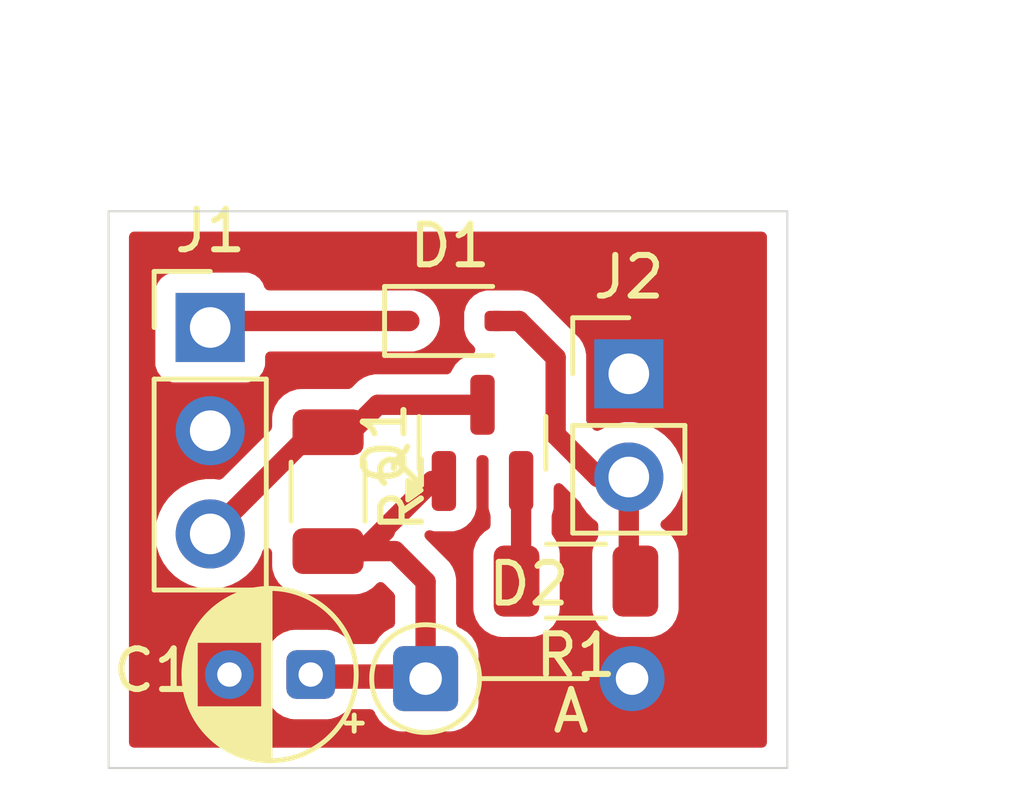
<source format=kicad_pcb>
(kicad_pcb (version 20241229) (generator "pcbnew") (generator_version "9.0")
  (layers (0 "F.Cu" signal) (2 "B.Cu" signal) (13 "F.Paste" user) (15 "B.Paste" user) (5 "F.SilkS" user "F.Silkscreen") (7 "B.SilkS" user "B.Silkscreen") (1 "F.Mask" user) (3 "B.Mask" user) (25 "Edge.Cuts" user))
  (net 0 "")
  (net 1 "GND")
  (net 2 "Net-(D2-K)")
  (net 3 "+4V9")
  (net 4 "Net-(D1-A)")
  (net 5 "+5V6")
  (net 6 "Net-(Q1-E)")
  (footprint "Resistor_SMD:R_1206_3216Metric" (layer "F.Cu") (at 136.7 98 -90)
    (property "Reference" "R2" (at 0 -1.83 270) (layer "F.SilkS"))
    (property "Value" "1k")
    (fp_line (start -0.727064 0.91) (end 0.727064 0.91) (stroke (width 0.12)) (layer "F.SilkS"))
    (fp_line (start -0.727064 -0.91) (end 0.727064 -0.91) (stroke (width 0.12)) (layer "F.SilkS"))
    (pad "1" smd roundrect (at -1.4625 0 270) (size 1.125 1.75) (layers "F.Cu" "F.Mask" "F.Paste") (roundrect_rratio 0.222222) (net 5 "+5V6"))
    (pad "2" smd roundrect (at 1.4625 0 270) (size 1.125 1.75) (layers "F.Cu" "F.Mask" "F.Paste") (roundrect_rratio 0.222222) (net 2 "Net-(D2-K)"))
  )
  (footprint "Connector_PinHeader_2.54mm:PinHeader_1x03_P2.54mm_Vertical" (layer "F.Cu") (at 133.8 93.96)
    (property "Reference" "J1" (at 0 -2.38 0) (layer "F.SilkS"))
    (property "Value" "Memory-hold")
    (fp_line (start -1.38 -1.38) (end 0 -1.38) (stroke (width 0.12)) (layer "F.SilkS"))
    (fp_line (start -1.38 0) (end -1.38 -1.38) (stroke (width 0.12)) (layer "F.SilkS"))
    (fp_line (start -1.38 1.27) (end -1.38 6.46) (stroke (width 0.12)) (layer "F.SilkS"))
    (fp_line (start -1.38 1.27) (end 1.38 1.27) (stroke (width 0.12)) (layer "F.SilkS"))
    (fp_line (start -1.38 6.46) (end 1.38 6.46) (stroke (width 0.12)) (layer "F.SilkS"))
    (fp_line (start 1.38 1.27) (end 1.38 6.46) (stroke (width 0.12)) (layer "F.SilkS"))
    (pad "1" thru_hole rect (at 0 0) (size 1.7 1.7) (drill 1) (layers "*.Cu" "*.Mask") (net 3 "+4V9"))
    (pad "2" thru_hole circle (at 0 2.54) (size 1.7 1.7) (drill 1) (layers "*.Cu" "*.Mask") (net 1 "GND"))
    (pad "3" thru_hole circle (at 0 5.08) (size 1.7 1.7) (drill 1) (layers "*.Cu" "*.Mask") (net 5 "+5V6"))
  )
  (footprint "Capacitor_THT:CP_Radial_D4.0mm_P2.00mm" (layer "F.Cu") (at 136.2726 102.5 180)
    (property "Reference" "C1" (at 3.8726 0.1 0) (layer "F.SilkS"))
    (property "Value" "10u/6.3V")
    (fp_line (start 3.08 -0.37) (end 3.08 0.37) (stroke (width 0.12)) (layer "F.SilkS"))
    (fp_line (start 3.04 -0.537) (end 3.04 0.537) (stroke (width 0.12)) (layer "F.SilkS"))
    (fp_line (start 3 -0.663) (end 3 0.663) (stroke (width 0.12)) (layer "F.SilkS"))
    (fp_line (start 2.96 -0.768) (end 2.96 0.768) (stroke (width 0.12)) (layer "F.SilkS"))
    (fp_line (start 2.92 -0.859) (end 2.92 0.859) (stroke (width 0.12)) (layer "F.SilkS"))
    (fp_line (start 2.88 -0.94) (end 2.88 0.94) (stroke (width 0.12)) (layer "F.SilkS"))
    (fp_line (start 2.84 -1.013) (end 2.84 1.013) (stroke (width 0.12)) (layer "F.SilkS"))
    (fp_line (start 2.8 0.84) (end 2.8 1.08) (stroke (width 0.12)) (layer "F.SilkS"))
    (fp_line (start 2.8 -1.08) (end 2.8 -0.84) (stroke (width 0.12)) (layer "F.SilkS"))
    (fp_line (start 2.76 0.84) (end 2.76 1.142) (stroke (width 0.12)) (layer "F.SilkS"))
    (fp_line (start 2.76 -1.142) (end 2.76 -0.84) (stroke (width 0.12)) (layer "F.SilkS"))
    (fp_line (start 2.72 0.84) (end 2.72 1.199) (stroke (width 0.12)) (layer "F.SilkS"))
    (fp_line (start 2.72 -1.199) (end 2.72 -0.84) (stroke (width 0.12)) (layer "F.SilkS"))
    (fp_line (start 2.68 0.84) (end 2.68 1.253) (stroke (width 0.12)) (layer "F.SilkS"))
    (fp_line (start 2.68 -1.253) (end 2.68 -0.84) (stroke (width 0.12)) (layer "F.SilkS"))
    (fp_line (start 2.64 0.84) (end 2.64 1.303) (stroke (width 0.12)) (layer "F.SilkS"))
    (fp_line (start 2.64 -1.303) (end 2.64 -0.84) (stroke (width 0.12)) (layer "F.SilkS"))
    (fp_line (start 2.6 0.84) (end 2.6 1.351) (stroke (width 0.12)) (layer "F.SilkS"))
    (fp_line (start 2.6 -1.351) (end 2.6 -0.84) (stroke (width 0.12)) (layer "F.SilkS"))
    (fp_line (start 2.56 0.84) (end 2.56 1.396) (stroke (width 0.12)) (layer "F.SilkS"))
    (fp_line (start 2.56 -1.396) (end 2.56 -0.84) (stroke (width 0.12)) (layer "F.SilkS"))
    (fp_line (start 2.52 0.84) (end 2.52 1.438) (stroke (width 0.12)) (layer "F.SilkS"))
    (fp_line (start 2.52 -1.438) (end 2.52 -0.84) (stroke (width 0.12)) (layer "F.SilkS"))
    (fp_line (start 2.48 0.84) (end 2.48 1.478) (stroke (width 0.12)) (layer "F.SilkS"))
    (fp_line (start 2.48 -1.478) (end 2.48 -0.84) (stroke (width 0.12)) (layer "F.SilkS"))
    (fp_line (start 2.44 0.84) (end 2.44 1.516) (stroke (width 0.12)) (layer "F.SilkS"))
    (fp_line (start 2.44 -1.516) (end 2.44 -0.84) (stroke (width 0.12)) (layer "F.SilkS"))
    (fp_line (start 2.4 0.84) (end 2.4 1.552) (stroke (width 0.12)) (layer "F.SilkS"))
    (fp_line (start 2.4 -1.552) (end 2.4 -0.84) (stroke (width 0.12)) (layer "F.SilkS"))
    (fp_line (start 2.36 0.84) (end 2.36 1.586) (stroke (width 0.12)) (layer "F.SilkS"))
    (fp_line (start 2.36 -1.586) (end 2.36 -0.84) (stroke (width 0.12)) (layer "F.SilkS"))
    (fp_line (start 2.32 0.84) (end 2.32 1.619) (stroke (width 0.12)) (layer "F.SilkS"))
    (fp_line (start 2.32 -1.619) (end 2.32 -0.84) (stroke (width 0.12)) (layer "F.SilkS"))
    (fp_line (start 2.28 0.84) (end 2.28 1.65) (stroke (width 0.12)) (layer "F.SilkS"))
    (fp_line (start 2.28 -1.65) (end 2.28 -0.84) (stroke (width 0.12)) (layer "F.SilkS"))
    (fp_line (start 2.24 0.84) (end 2.24 1.68) (stroke (width 0.12)) (layer "F.SilkS"))
    (fp_line (start 2.24 -1.68) (end 2.24 -0.84) (stroke (width 0.12)) (layer "F.SilkS"))
    (fp_line (start 2.2 0.84) (end 2.2 1.708) (stroke (width 0.12)) (layer "F.SilkS"))
    (fp_line (start 2.2 -1.708) (end 2.2 -0.84) (stroke (width 0.12)) (layer "F.SilkS"))
    (fp_line (start 2.16 0.84) (end 2.16 1.734) (stroke (width 0.12)) (layer "F.SilkS"))
    (fp_line (start 2.16 -1.734) (end 2.16 -0.84) (stroke (width 0.12)) (layer "F.SilkS"))
    (fp_line (start 2.12 0.84) (end 2.12 1.76) (stroke (width 0.12)) (layer "F.SilkS"))
    (fp_line (start 2.12 -1.76) (end 2.12 -0.84) (stroke (width 0.12)) (layer "F.SilkS"))
    (fp_line (start 2.08 0.84) (end 2.08 1.784) (stroke (width 0.12)) (layer "F.SilkS"))
    (fp_line (start 2.08 -1.784) (end 2.08 -0.84) (stroke (width 0.12)) (layer "F.SilkS"))
    (fp_line (start 2.04 0.84) (end 2.04 1.807) (stroke (width 0.12)) (layer "F.SilkS"))
    (fp_line (start 2.04 -1.807) (end 2.04 -0.84) (stroke (width 0.12)) (layer "F.SilkS"))
    (fp_line (start 2 0.84) (end 2 1.829) (stroke (width 0.12)) (layer "F.SilkS"))
    (fp_line (start 2 -1.829) (end 2 -0.84) (stroke (width 0.12)) (layer "F.SilkS"))
    (fp_line (start 1.96 0.84) (end 1.96 1.85) (stroke (width 0.12)) (layer "F.SilkS"))
    (fp_line (start 1.96 -1.85) (end 1.96 -0.84) (stroke (width 0.12)) (layer "F.SilkS"))
    (fp_line (start 1.92 0.84) (end 1.92 1.87) (stroke (width 0.12)) (layer "F.SilkS"))
    (fp_line (start 1.92 -1.87) (end 1.92 -0.84) (stroke (width 0.12)) (layer "F.SilkS"))
    (fp_line (start 1.88 0.84) (end 1.88 1.889) (stroke (width 0.12)) (layer "F.SilkS"))
    (fp_line (start 1.88 -1.889) (end 1.88 -0.84) (stroke (width 0.12)) (layer "F.SilkS"))
    (fp_line (start 1.84 0.84) (end 1.84 1.906) (stroke (width 0.12)) (layer "F.SilkS"))
    (fp_line (start 1.84 -1.906) (end 1.84 -0.84) (stroke (width 0.12)) (layer "F.SilkS"))
    (fp_line (start 1.8 0.84) (end 1.8 1.923) (stroke (width 0.12)) (layer "F.SilkS"))
    (fp_line (start 1.8 -1.923) (end 1.8 -0.84) (stroke (width 0.12)) (layer "F.SilkS"))
    (fp_line (start 1.76 0.84) (end 1.76 1.939) (stroke (width 0.12)) (layer "F.SilkS"))
    (fp_line (start 1.76 -1.939) (end 1.76 -0.84) (stroke (width 0.12)) (layer "F.SilkS"))
    (fp_line (start 1.72 0.84) (end 1.72 1.954) (stroke (width 0.12)) (layer "F.SilkS"))
    (fp_line (start 1.72 -1.954) (end 1.72 -0.84) (stroke (width 0.12)) (layer "F.SilkS"))
    (fp_line (start 1.68 0.84) (end 1.68 1.968) (stroke (width 0.12)) (layer "F.SilkS"))
    (fp_line (start 1.68 -1.968) (end 1.68 -0.84) (stroke (width 0.12)) (layer "F.SilkS"))
    (fp_line (start 1.64 0.84) (end 1.64 1.981) (stroke (width 0.12)) (layer "F.SilkS"))
    (fp_line (start 1.64 -1.981) (end 1.64 -0.84) (stroke (width 0.12)) (layer "F.SilkS"))
    (fp_line (start 1.6 0.84) (end 1.6 1.993) (stroke (width 0.12)) (layer "F.SilkS"))
    (fp_line (start 1.6 -1.993) (end 1.6 -0.84) (stroke (width 0.12)) (layer "F.SilkS"))
    (fp_line (start 1.56 0.84) (end 1.56 2.005) (stroke (width 0.12)) (layer "F.SilkS"))
    (fp_line (start 1.56 -2.005) (end 1.56 -0.84) (stroke (width 0.12)) (layer "F.SilkS"))
    (fp_line (start 1.52 0.84) (end 1.52 2.015) (stroke (width 0.12)) (layer "F.SilkS"))
    (fp_line (start 1.52 -2.015) (end 1.52 -0.84) (stroke (width 0.12)) (layer "F.SilkS"))
    (fp_line (start 1.48 0.84) (end 1.48 2.025) (stroke (width 0.12)) (layer "F.SilkS"))
    (fp_line (start 1.48 -2.025) (end 1.48 -0.84) (stroke (width 0.12)) (layer "F.SilkS"))
    (fp_line (start 1.44 0.84) (end 1.44 2.034) (stroke (width 0.12)) (layer "F.SilkS"))
    (fp_line (start 1.44 -2.034) (end 1.44 -0.84) (stroke (width 0.12)) (layer "F.SilkS"))
    (fp_line (start 1.4 0.84) (end 1.4 2.042) (stroke (width 0.12)) (layer "F.SilkS"))
    (fp_line (start 1.4 -2.042) (end 1.4 -0.84) (stroke (width 0.12)) (layer "F.SilkS"))
    (fp_line (start 1.36 0.84) (end 1.36 2.049) (stroke (width 0.12)) (layer "F.SilkS"))
    (fp_line (start 1.36 -2.049) (end 1.36 -0.84) (stroke (width 0.12)) (layer "F.SilkS"))
    (fp_line (start 1.32 0.84) (end 1.32 2.056) (stroke (width 0.12)) (layer "F.SilkS"))
    (fp_line (start 1.32 -2.056) (end 1.32 -0.84) (stroke (width 0.12)) (layer "F.SilkS"))
    (fp_line (start 1.28 0.84) (end 1.28 2.061) (stroke (width 0.12)) (layer "F.SilkS"))
    (fp_line (start 1.28 -2.061) (end 1.28 -0.84) (stroke (width 0.12)) (layer "F.SilkS"))
    (fp_line (start 1.24 0.84) (end 1.24 2.066) (stroke (width 0.12)) (layer "F.SilkS"))
    (fp_line (start 1.24 -2.066) (end 1.24 -0.84) (stroke (width 0.12)) (layer "F.SilkS"))
    (fp_line (start 1.2 0.84) (end 1.2 2.071) (stroke (width 0.12)) (layer "F.SilkS"))
    (fp_line (start 1.2 -2.071) (end 1.2 -0.84) (stroke (width 0.12)) (layer "F.SilkS"))
    (fp_line (start 1.16 -2.074) (end 1.16 2.074) (stroke (width 0.12)) (layer "F.SilkS"))
    (fp_line (start 1.12 -2.077) (end 1.12 2.077) (stroke (width 0.12)) (layer "F.SilkS"))
    (fp_line (start 1.08 -2.078) (end 1.08 2.078) (stroke (width 0.12)) (layer "F.SilkS"))
    (fp_line (start 1.04 -2.08) (end 1.04 2.08) (stroke (width 0.12)) (layer "F.SilkS"))
    (fp_line (start 1 -2.08) (end 1 2.08) (stroke (width 0.12)) (layer "F.SilkS"))
    (fp_line (start -1.069801 -1.395) (end -1.069801 -0.995) (stroke (width 0.12)) (layer "F.SilkS"))
    (fp_line (start -1.269801 -1.195) (end -0.869801 -1.195) (stroke (width 0.12)) (layer "F.SilkS"))
    (fp_circle (center 1 0) (end 3.12 0) (stroke (width 0.12)) (fill no) (layer "F.SilkS"))
    (pad "1" thru_hole roundrect (at 0 0 180) (size 1.2 1.2) (drill 0.6) (layers "*.Cu" "*.Mask") (roundrect_rratio 0.208333) (net 2 "Net-(D2-K)"))
    (pad "2" thru_hole circle (at 2 0 180) (size 1.2 1.2) (drill 0.6) (layers "*.Cu" "*.Mask") (net 1 "GND"))
  )
  (footprint "Diode_SMD:D_SOD-323F" (layer "F.Cu") (at 139.7 93.8)
    (property "Reference" "D1" (at 0 -1.85 0) (layer "F.SilkS"))
    (property "Value" "BAT54J")
    (fp_line (start -1.61 -0.85) (end -1.61 0.85) (stroke (width 0.12)) (layer "F.SilkS"))
    (fp_line (start -1.61 -0.85) (end 1.05 -0.85) (stroke (width 0.12)) (layer "F.SilkS"))
    (fp_line (start -1.61 0.85) (end 1.05 0.85) (stroke (width 0.12)) (layer "F.SilkS"))
    (pad "1" smd roundrect (at -1.1 0) (size 0.5 0.5) (layers "F.Cu" "F.Mask" "F.Paste") (net 3 "+4V9"))
    (pad "2" smd roundrect (at 1.1 0) (size 0.5 0.5) (layers "F.Cu" "F.Mask" "F.Paste") (net 4 "Net-(D1-A)"))
  )
  (footprint "Package_TO_SOT_SMD:SOT-23" (layer "F.Cu") (at 140.5 96.8 90)
    (property "Reference" "Q1" (at 0 -2.4 90) (layer "F.SilkS"))
    (property "Value" "BC848")
    (fp_line (start 0 -1.56) (end 0.65 -1.56) (stroke (width 0.12)) (layer "F.SilkS"))
    (fp_line (start 0 -1.56) (end -0.65 -1.56) (stroke (width 0.12)) (layer "F.SilkS"))
    (fp_line (start 0 1.56) (end 0.65 1.56) (stroke (width 0.12)) (layer "F.SilkS"))
    (fp_line (start 0 1.56) (end -0.65 1.56) (stroke (width 0.12)) (layer "F.SilkS"))
    (fp_poly (pts (xy -1.1625 -1.51) (xy -1.4025 -1.84) (xy -0.9225 -1.84)) (stroke (width 0.12)) (fill yes) (layer "F.SilkS"))
    (pad "1" smd roundrect (at -0.9375 -0.95 90) (size 1.475 0.6) (layers "F.Cu" "F.Mask" "F.Paste") (net 2 "Net-(D2-K)"))
    (pad "2" smd roundrect (at -0.9375 0.95 90) (size 1.475 0.6) (layers "F.Cu" "F.Mask" "F.Paste") (net 6 "Net-(Q1-E)"))
    (pad "3" smd roundrect (at 0.9375 0 90) (size 1.475 0.6) (layers "F.Cu" "F.Mask" "F.Paste") (net 5 "+5V6"))
  )
  (footprint "Resistor_SMD:R_1206_3216Metric" (layer "F.Cu") (at 142.8 100.2 180)
    (property "Reference" "R1" (at 0 -1.83 180) (layer "F.SilkS"))
    (property "Value" "100k")
    (fp_line (start -0.727064 0.91) (end 0.727064 0.91) (stroke (width 0.12)) (layer "F.SilkS"))
    (fp_line (start -0.727064 -0.91) (end 0.727064 -0.91) (stroke (width 0.12)) (layer "F.SilkS"))
    (pad "1" smd roundrect (at -1.4625 0 180) (size 1.125 1.75) (layers "F.Cu" "F.Mask" "F.Paste") (roundrect_rratio 0.222222) (net 4 "Net-(D1-A)"))
    (pad "2" smd roundrect (at 1.4625 0 180) (size 1.125 1.75) (layers "F.Cu" "F.Mask" "F.Paste") (roundrect_rratio 0.222222) (net 6 "Net-(Q1-E)"))
  )
  (footprint "Connector_PinHeader_2.54mm:PinHeader_1x02_P2.54mm_Vertical" (layer "F.Cu") (at 144.1 95.1)
    (property "Reference" "J2" (at 0 -2.38 0) (layer "F.SilkS"))
    (property "Value" "Battery 3V")
    (fp_line (start -1.38 -1.38) (end 0 -1.38) (stroke (width 0.12)) (layer "F.SilkS"))
    (fp_line (start -1.38 0) (end -1.38 -1.38) (stroke (width 0.12)) (layer "F.SilkS"))
    (fp_line (start -1.38 1.27) (end -1.38 3.92) (stroke (width 0.12)) (layer "F.SilkS"))
    (fp_line (start -1.38 1.27) (end 1.38 1.27) (stroke (width 0.12)) (layer "F.SilkS"))
    (fp_line (start -1.38 3.92) (end 1.38 3.92) (stroke (width 0.12)) (layer "F.SilkS"))
    (fp_line (start 1.38 1.27) (end 1.38 3.92) (stroke (width 0.12)) (layer "F.SilkS"))
    (pad "1" thru_hole rect (at 0 0) (size 1.7 1.7) (drill 1) (layers "*.Cu" "*.Mask") (net 1 "GND"))
    (pad "2" thru_hole circle (at 0 2.54) (size 1.7 1.7) (drill 1) (layers "*.Cu" "*.Mask") (net 4 "Net-(D1-A)"))
  )
  (footprint "Diode_THT:D_DO-35_SOD27_P5.08mm_Vertical_AnodeUp" (layer "F.Cu") (at 139.1 102.6)
    (property "Reference" "D2" (at 2.54 -2.326371 0) (layer "F.SilkS"))
    (property "Value" "ZPD3V6")
    (fp_line (start 1.326371 0) (end 3.98 0) (stroke (width 0.12)) (layer "F.SilkS"))
    (fp_circle (center 0 0) (end 1.326371 0) (stroke (width 0.12)) (fill no) (layer "F.SilkS"))
    (fp_text user "A" (at 3.58 0.8 0) (layer "F.SilkS"))
    (pad "1" thru_hole roundrect (at 0 0) (size 1.6 1.6) (drill 0.8) (layers "*.Cu" "*.Mask") (roundrect_rratio 0.15625) (net 2 "Net-(D2-K)"))
    (pad "2" thru_hole circle (at 5.08 0) (size 1.6 1.6) (drill 0.8) (layers "*.Cu" "*.Mask") (net 1 "GND"))
  )
  (gr_rect (start 131.3 91.1) (end 148 104.8) (stroke (width 0.05)) (fill no) (layer "Edge.Cuts"))
  (segment (start 139.55 97.7375) (end 139.55 98.05) (width 0.5) (layer "F.Cu") (net 2))
  (segment (start 139.1 102.5) (end 139.1 100.215686) (width 0.5) (layer "F.Cu") (net 2))
  (segment (start 138.346814 99.4625) (end 136.7 99.4625) (width 0.5) (layer "F.Cu") (net 2))
  (segment (start 137.6 99.4625) (end 137.6 99.4) (width 0.5) (layer "F.Cu") (net 2))
  (segment (start 139.2625 97.7375) (end 139.55 97.7375) (width 0.5) (layer "F.Cu") (net 2))
  (segment (start 136.3726 102.6) (end 136.2726 102.5) (width 0.5) (layer "F.Cu") (net 2))
  (segment (start 136.2726 102.5) (end 139.1 102.5) (width 0.5) (layer "F.Cu") (net 2))
  (segment (start 138.1 98.9125) (end 138.1 98.9625) (width 0.5) (layer "F.Cu") (net 2))
  (segment (start 138.1 98.9625) (end 137.6 99.4625) (width 0.5) (layer "F.Cu") (net 2))
  (segment (start 139.1 100.215686) (end 138.346814 99.4625) (width 0.5) (layer "F.Cu") (net 2))
  (segment (start 139.1 102.6) (end 136.3726 102.6) (width 0.5) (layer "F.Cu") (net 2))
  (segment (start 137.6 99.4) (end 139.2625 97.7375) (width 0.5) (layer "F.Cu") (net 2))
  (segment (start 134.34 93.8) (end 138.7 93.8) (width 0.5) (layer "F.Cu") (net 3))
  (segment (start 142.3 96.6) (end 143.34 97.64) (width 0.5) (layer "F.Cu") (net 4))
  (segment (start 141.4 93.8) (end 142.3 94.7) (width 0.5) (layer "F.Cu") (net 4))
  (segment (start 140.8 93.8) (end 141.4 93.8) (width 0.5) (layer "F.Cu") (net 4))
  (segment (start 144.1 97.64) (end 144.1 100.0375) (width 0.5) (layer "F.Cu") (net 4))
  (segment (start 143.34 97.64) (end 144.1 97.64) (width 0.5) (layer "F.Cu") (net 4))
  (segment (start 142.3 94.7) (end 142.3 96.6) (width 0.5) (layer "F.Cu") (net 4))
  (segment (start 144.1 100.0375) (end 144.2625 100.2) (width 0.5) (layer "F.Cu") (net 4))
  (segment (start 137.925 95.8625) (end 137.25 96.5375) (width 0.5) (layer "F.Cu") (net 5))
  (segment (start 140.5 95.8625) (end 137.925 95.8625) (width 0.5) (layer "F.Cu") (net 5))
  (segment (start 136.7 96.5375) (end 136.3025 96.5375) (width 0.5) (layer "F.Cu") (net 5))
  (segment (start 136.3025 96.5375) (end 133.8 99.04) (width 0.5) (layer "F.Cu") (net 5))
  (segment (start 137.25 96.5375) (end 136.7 96.5375) (width 0.5) (layer "F.Cu") (net 5))
  (segment (start 141.45 99.8375) (end 141.1875 100.1) (width 0.5) (layer "F.Cu") (net 6))
  (segment (start 141.45 97.7375) (end 141.45 99.8375) (width 0.5) (layer "F.Cu") (net 6))
  (zone (net 1) (net_name "GND") (layer "F.Cu") (connect_pads yes (clearance 0.5)) (min_thickness 0.25) (fill yes (thermal_gap 0.5) (thermal_bridge_width 0.5))
    (polygon (pts (xy 131.2 91) (xy 148.1 91) (xy 148.1 105) (xy 147.6 105) (xy 131 105) (xy 131 91.2)))
  )
)
</source>
